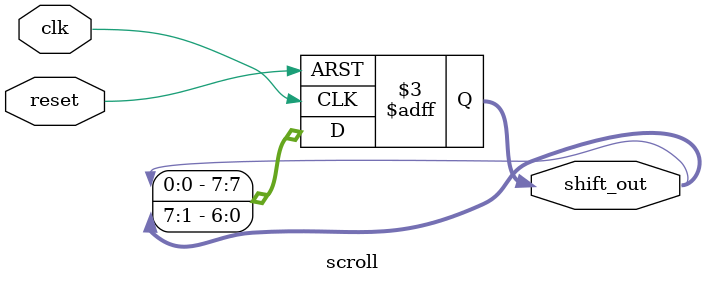
<source format=v>
module lab01(clk, reset, shiftR_out, shiftG_out, ctl_bit);

   input clk; // pin W16(10MHz)
	input reset; // pin C16
	
	output [7:0]shiftR_out; 
	// pin D7, D6, A9, C9, A8, C8, C11, B11
	
	output [7:0]shiftG_out; 
	// pin A10 ,B10 ,A13 ,A12 ,B12 ,D12 ,A15 ,A14
	
	assign shiftR_out =8'b0;//shiftG_out=8'b0000_0000
	
	output ctl_bit; // pin T22
	assign ctl_bit= 1'b1;
	wire clk_work;
	freq_div #(20) M1 (clk, reset, clk_work); 
	scroll M2 (clk_work, reset, shiftG_out);

endmodule

module freq_div(clk_in, reset, clk_out);


	parameter exp = 20;
	input clk_in, reset;
	output clk_out;
	reg[exp-1:0] divider;
	integer i;
	assign clk_out= divider[exp-1];
	always@ (posedge clk_in or posedge reset) //正緣觸發
	begin
		if(reset)
			for(i=0; i < exp; i=i+1)
		divider[i] = 1'b0;
	else
		divider = divider+ 1'b1;
	end
endmodule




module scroll (clk, reset, shift_out);


	input clk, reset;
	output [7:0]shift_out;
	reg [7:0]shift_out;

	always@ (posedge clk or posedge reset)
	begin
	if(reset)
		shift_out= 8'b1100_0000;
	else
		shift_out= {shift_out[0], shift_out[7:1]};
	end
endmodule





</source>
